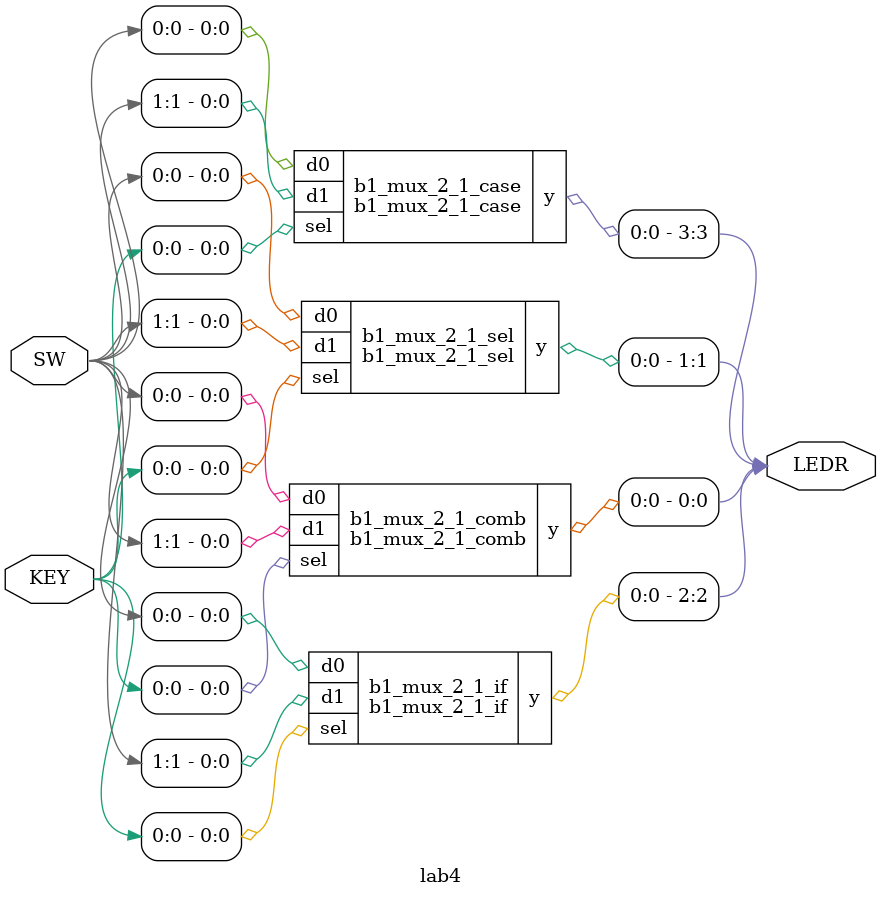
<source format=v>
module b1_mux_2_1_comb
(
    input  d0,
    input  d1,
    input  sel,
    output y
);

    assign y = (sel & d1) | ((~sel) & d0);

endmodule

module b1_mux_2_1_sel
(
    input  d0,
    input  d1,
    input  sel,
    output y
);

    assign y = sel ? d1 : d0;

endmodule

module b1_mux_2_1_if
(
    input  d0,
    input  d1,
    input  sel,
    output reg y
);
	always@(*)
	begin
		if(sel)
			y = d1;
		else 
			y = d0;
	end

endmodule

module b1_mux_2_1_case
(
    input  d0,
    input  d1,
    input  sel,
    output reg y
);
	always@(*)
	begin
		case (sel)
			0: y = d0;
			1: y = d1;
		endcase
	end

endmodule


module lab4
(
    input   [ 1:0]  KEY,
    input   [ 9:0]  SW,
    output  [ 9:0]  LEDR
);

	b1_mux_2_1_comb b1_mux_2_1_comb  (SW[0], SW[1], KEY[0], LEDR[0]);
	b1_mux_2_1_sel b1_mux_2_1_sel    (SW[0], SW[1], KEY[0], LEDR[1]);
	b1_mux_2_1_if b1_mux_2_1_if      (SW[0], SW[1], KEY[0], LEDR[2]);
	b1_mux_2_1_case b1_mux_2_1_case  (SW[0], SW[1], KEY[0], LEDR[3]);

endmodule
</source>
